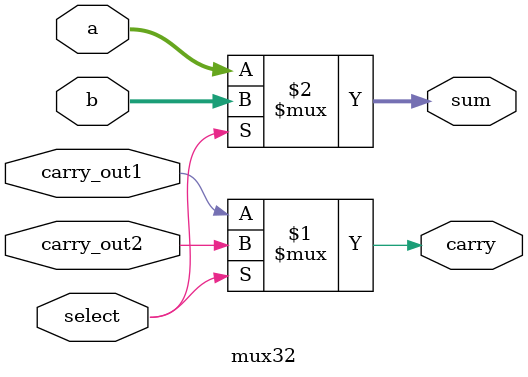
<source format=v>
`timescale 1ns / 1ps

module mux32(carry, sum, select, a,b, carry_out1, carry_out2);
input select;
input [31:0] a;
input [31:0] b;
input carry_out1, carry_out2;
output carry;
output [31:0]sum;

assign carry = select ? carry_out2: carry_out1;
assign sum = select ? b : a;

endmodule
</source>
